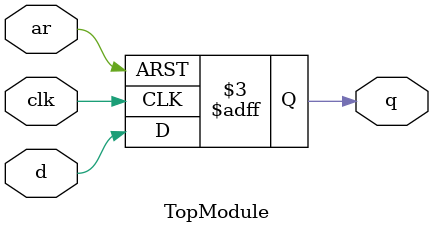
<source format=v>
module TopModule (
  input  wire clk,
  input  wire ar,
  input  wire d,
  output reg  q
);

  // D flip-flop with asynchronous reset
  // Reset is active high (ar=1 forces q=0)
  always @(posedge clk or posedge ar) begin : blk_1
    if (ar)
      q <= 1'b0;  // Asynchronous reset to 0
    else
      q <= d;     // Capture input on rising clock edge
  end

  // Initialize output for simulation
  initial begin : blk_2
    q = 1'b0;
  end

endmodule

</source>
